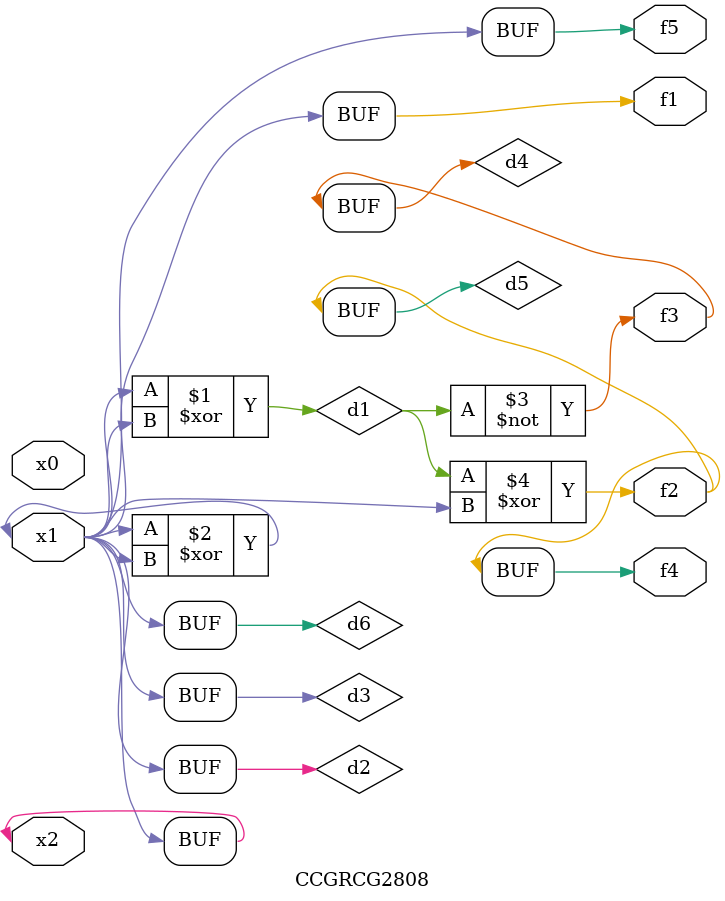
<source format=v>
module CCGRCG2808(
	input x0, x1, x2,
	output f1, f2, f3, f4, f5
);

	wire d1, d2, d3, d4, d5, d6;

	xor (d1, x1, x2);
	buf (d2, x1, x2);
	xor (d3, x1, x2);
	nor (d4, d1);
	xor (d5, d1, d2);
	buf (d6, d2, d3);
	assign f1 = d6;
	assign f2 = d5;
	assign f3 = d4;
	assign f4 = d5;
	assign f5 = d6;
endmodule

</source>
